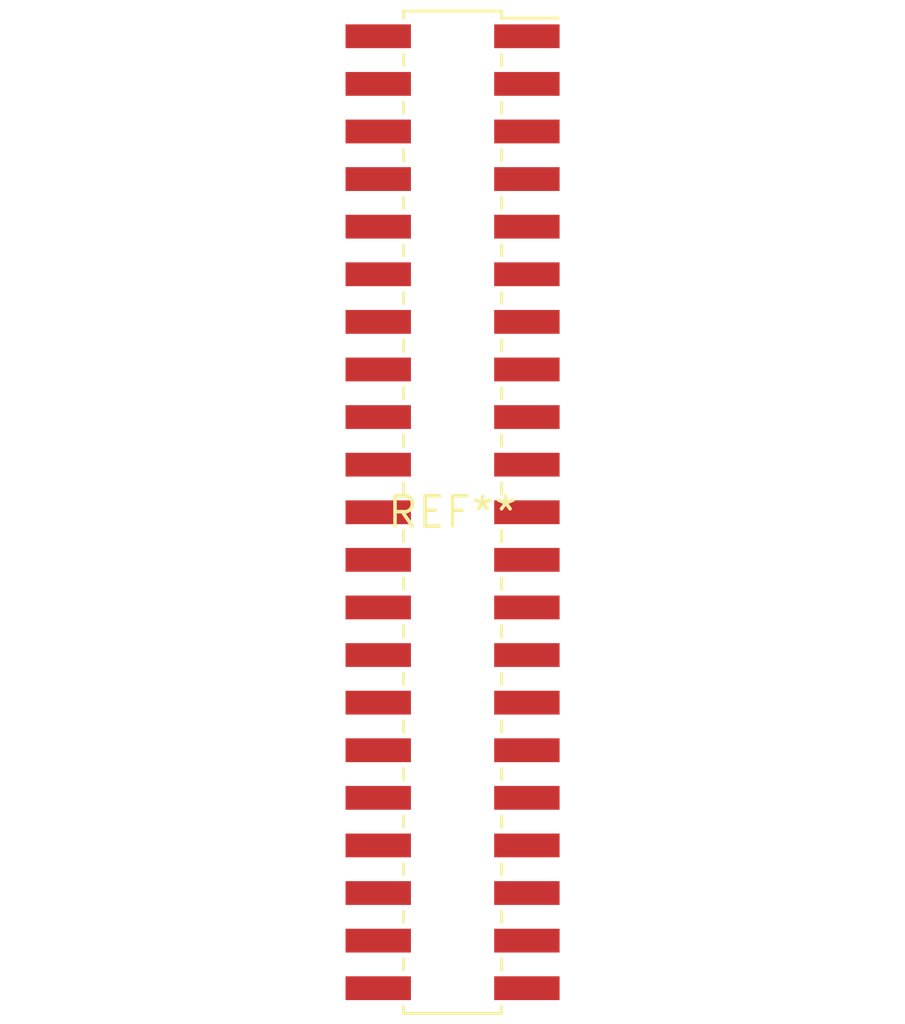
<source format=kicad_pcb>
(kicad_pcb (version 20240108) (generator pcbnew)
  (layers (0 "F.Cu" signal) (31 "B.Cu" signal) (34 "B.Paste" user) (35 "F.Paste" user) (36 "B.SilkS" user "B.Silkscreen") (37 "F.SilkS" user "F.Silkscreen") (38 "B.Mask" user) (39 "F.Mask" user) (44 "Edge.Cuts" user))
  (net 0 "")
  (footprint "PinSocket_2x21_P2.00mm_Vertical_SMD" (layer "F.Cu") (at 0 0)
    (property "Reference" "REF**")
    (property "Value" "PinSocket_2x21_P2.00mm_Vertical_SMD")
    (fp_line (start -2.06 -21.06) (end -2.06 -20.76) (layer "F.SilkS") (stroke (width 0.12)))
    (fp_line (start -2.06 -21.06) (end 2.06 -21.06) (layer "F.SilkS") (stroke (width 0.12)))
    (fp_line (start -2.06 -19.24) (end -2.06 -18.76) (layer "F.SilkS") (stroke (width 0.12)))
    (fp_line (start -2.06 -17.24) (end -2.06 -16.76) (layer "F.SilkS") (stroke (width 0.12)))
    (fp_line (start -2.06 -15.24) (end -2.06 -14.76) (layer "F.SilkS") (stroke (width 0.12)))
    (fp_line (start -2.06 -13.24) (end -2.06 -12.76) (layer "F.SilkS") (stroke (width 0.12)))
    (fp_line (start -2.06 -11.24) (end -2.06 -10.76) (layer "F.SilkS") (stroke (width 0.12)))
    (fp_line (start -2.06 -9.24) (end -2.06 -8.76) (layer "F.SilkS") (stroke (width 0.12)))
    (fp_line (start -2.06 -7.24) (end -2.06 -6.76) (layer "F.SilkS") (stroke (width 0.12)))
    (fp_line (start -2.06 -5.24) (end -2.06 -4.76) (layer "F.SilkS") (stroke (width 0.12)))
    (fp_line (start -2.06 -3.24) (end -2.06 -2.76) (layer "F.SilkS") (stroke (width 0.12)))
    (fp_line (start -2.06 -1.24) (end -2.06 -0.76) (layer "F.SilkS") (stroke (width 0.12)))
    (fp_line (start -2.06 0.76) (end -2.06 1.24) (layer "F.SilkS") (stroke (width 0.12)))
    (fp_line (start -2.06 2.76) (end -2.06 3.24) (layer "F.SilkS") (stroke (width 0.12)))
    (fp_line (start -2.06 4.76) (end -2.06 5.24) (layer "F.SilkS") (stroke (width 0.12)))
    (fp_line (start -2.06 6.76) (end -2.06 7.24) (layer "F.SilkS") (stroke (width 0.12)))
    (fp_line (start -2.06 8.76) (end -2.06 9.24) (layer "F.SilkS") (stroke (width 0.12)))
    (fp_line (start -2.06 10.76) (end -2.06 11.24) (layer "F.SilkS") (stroke (width 0.12)))
    (fp_line (start -2.06 12.76) (end -2.06 13.24) (layer "F.SilkS") (stroke (width 0.12)))
    (fp_line (start -2.06 14.76) (end -2.06 15.24) (layer "F.SilkS") (stroke (width 0.12)))
    (fp_line (start -2.06 16.76) (end -2.06 17.24) (layer "F.SilkS") (stroke (width 0.12)))
    (fp_line (start -2.06 18.76) (end -2.06 19.24) (layer "F.SilkS") (stroke (width 0.12)))
    (fp_line (start -2.06 20.76) (end -2.06 21.06) (layer "F.SilkS") (stroke (width 0.12)))
    (fp_line (start -2.06 21.06) (end 2.06 21.06) (layer "F.SilkS") (stroke (width 0.12)))
    (fp_line (start 2.06 -21.06) (end 2.06 -20.76) (layer "F.SilkS") (stroke (width 0.12)))
    (fp_line (start 2.06 -20.76) (end 4.44 -20.76) (layer "F.SilkS") (stroke (width 0.12)))
    (fp_line (start 2.06 -19.24) (end 2.06 -18.76) (layer "F.SilkS") (stroke (width 0.12)))
    (fp_line (start 2.06 -17.24) (end 2.06 -16.76) (layer "F.SilkS") (stroke (width 0.12)))
    (fp_line (start 2.06 -15.24) (end 2.06 -14.76) (layer "F.SilkS") (stroke (width 0.12)))
    (fp_line (start 2.06 -13.24) (end 2.06 -12.76) (layer "F.SilkS") (stroke (width 0.12)))
    (fp_line (start 2.06 -11.24) (end 2.06 -10.76) (layer "F.SilkS") (stroke (width 0.12)))
    (fp_line (start 2.06 -9.24) (end 2.06 -8.76) (layer "F.SilkS") (stroke (width 0.12)))
    (fp_line (start 2.06 -7.24) (end 2.06 -6.76) (layer "F.SilkS") (stroke (width 0.12)))
    (fp_line (start 2.06 -5.24) (end 2.06 -4.76) (layer "F.SilkS") (stroke (width 0.12)))
    (fp_line (start 2.06 -3.24) (end 2.06 -2.76) (layer "F.SilkS") (stroke (width 0.12)))
    (fp_line (start 2.06 -1.24) (end 2.06 -0.76) (layer "F.SilkS") (stroke (width 0.12)))
    (fp_line (start 2.06 0.76) (end 2.06 1.24) (layer "F.SilkS") (stroke (width 0.12)))
    (fp_line (start 2.06 2.76) (end 2.06 3.24) (layer "F.SilkS") (stroke (width 0.12)))
    (fp_line (start 2.06 4.76) (end 2.06 5.24) (layer "F.SilkS") (stroke (width 0.12)))
    (fp_line (start 2.06 6.76) (end 2.06 7.24) (layer "F.SilkS") (stroke (width 0.12)))
    (fp_line (start 2.06 8.76) (end 2.06 9.24) (layer "F.SilkS") (stroke (width 0.12)))
    (fp_line (start 2.06 10.76) (end 2.06 11.24) (layer "F.SilkS") (stroke (width 0.12)))
    (fp_line (start 2.06 12.76) (end 2.06 13.24) (layer "F.SilkS") (stroke (width 0.12)))
    (fp_line (start 2.06 14.76) (end 2.06 15.24) (layer "F.SilkS") (stroke (width 0.12)))
    (fp_line (start 2.06 16.76) (end 2.06 17.24) (layer "F.SilkS") (stroke (width 0.12)))
    (fp_line (start 2.06 18.76) (end 2.06 19.24) (layer "F.SilkS") (stroke (width 0.12)))
    (fp_line (start 2.06 20.76) (end 2.06 21.06) (layer "F.SilkS") (stroke (width 0.12)))
    (pad "1" smd rect (at 3.125 -20) (size 2.75 1) (layers "F.Cu" "F.Paste" "F.Mask"))
    (pad "2" smd rect (at -3.125 -20) (size 2.75 1) (layers "F.Cu" "F.Paste" "F.Mask"))
    (pad "3" smd rect (at 3.125 -18) (size 2.75 1) (layers "F.Cu" "F.Paste" "F.Mask"))
    (pad "4" smd rect (at -3.125 -18) (size 2.75 1) (layers "F.Cu" "F.Paste" "F.Mask"))
    (pad "5" smd rect (at 3.125 -16) (size 2.75 1) (layers "F.Cu" "F.Paste" "F.Mask"))
    (pad "6" smd rect (at -3.125 -16) (size 2.75 1) (layers "F.Cu" "F.Paste" "F.Mask"))
    (pad "7" smd rect (at 3.125 -14) (size 2.75 1) (layers "F.Cu" "F.Paste" "F.Mask"))
    (pad "8" smd rect (at -3.125 -14) (size 2.75 1) (layers "F.Cu" "F.Paste" "F.Mask"))
    (pad "9" smd rect (at 3.125 -12) (size 2.75 1) (layers "F.Cu" "F.Paste" "F.Mask"))
    (pad "10" smd rect (at -3.125 -12) (size 2.75 1) (layers "F.Cu" "F.Paste" "F.Mask"))
    (pad "11" smd rect (at 3.125 -10) (size 2.75 1) (layers "F.Cu" "F.Paste" "F.Mask"))
    (pad "12" smd rect (at -3.125 -10) (size 2.75 1) (layers "F.Cu" "F.Paste" "F.Mask"))
    (pad "13" smd rect (at 3.125 -8) (size 2.75 1) (layers "F.Cu" "F.Paste" "F.Mask"))
    (pad "14" smd rect (at -3.125 -8) (size 2.75 1) (layers "F.Cu" "F.Paste" "F.Mask"))
    (pad "15" smd rect (at 3.125 -6) (size 2.75 1) (layers "F.Cu" "F.Paste" "F.Mask"))
    (pad "16" smd rect (at -3.125 -6) (size 2.75 1) (layers "F.Cu" "F.Paste" "F.Mask"))
    (pad "17" smd rect (at 3.125 -4) (size 2.75 1) (layers "F.Cu" "F.Paste" "F.Mask"))
    (pad "18" smd rect (at -3.125 -4) (size 2.75 1) (layers "F.Cu" "F.Paste" "F.Mask"))
    (pad "19" smd rect (at 3.125 -2) (size 2.75 1) (layers "F.Cu" "F.Paste" "F.Mask"))
    (pad "20" smd rect (at -3.125 -2) (size 2.75 1) (layers "F.Cu" "F.Paste" "F.Mask"))
    (pad "21" smd rect (at 3.125 0) (size 2.75 1) (layers "F.Cu" "F.Paste" "F.Mask"))
    (pad "22" smd rect (at -3.125 0) (size 2.75 1) (layers "F.Cu" "F.Paste" "F.Mask"))
    (pad "23" smd rect (at 3.125 2) (size 2.75 1) (layers "F.Cu" "F.Paste" "F.Mask"))
    (pad "24" smd rect (at -3.125 2) (size 2.75 1) (layers "F.Cu" "F.Paste" "F.Mask"))
    (pad "25" smd rect (at 3.125 4) (size 2.75 1) (layers "F.Cu" "F.Paste" "F.Mask"))
    (pad "26" smd rect (at -3.125 4) (size 2.75 1) (layers "F.Cu" "F.Paste" "F.Mask"))
    (pad "27" smd rect (at 3.125 6) (size 2.75 1) (layers "F.Cu" "F.Paste" "F.Mask"))
    (pad "28" smd rect (at -3.125 6) (size 2.75 1) (layers "F.Cu" "F.Paste" "F.Mask"))
    (pad "29" smd rect (at 3.125 8) (size 2.75 1) (layers "F.Cu" "F.Paste" "F.Mask"))
    (pad "30" smd rect (at -3.125 8) (size 2.75 1) (layers "F.Cu" "F.Paste" "F.Mask"))
    (pad "31" smd rect (at 3.125 10) (size 2.75 1) (layers "F.Cu" "F.Paste" "F.Mask"))
    (pad "32" smd rect (at -3.125 10) (size 2.75 1) (layers "F.Cu" "F.Paste" "F.Mask"))
    (pad "33" smd rect (at 3.125 12) (size 2.75 1) (layers "F.Cu" "F.Paste" "F.Mask"))
    (pad "34" smd rect (at -3.125 12) (size 2.75 1) (layers "F.Cu" "F.Paste" "F.Mask"))
    (pad "35" smd rect (at 3.125 14) (size 2.75 1) (layers "F.Cu" "F.Paste" "F.Mask"))
    (pad "36" smd rect (at -3.125 14) (size 2.75 1) (layers "F.Cu" "F.Paste" "F.Mask"))
    (pad "37" smd rect (at 3.125 16) (size 2.75 1) (layers "F.Cu" "F.Paste" "F.Mask"))
    (pad "38" smd rect (at -3.125 16) (size 2.75 1) (layers "F.Cu" "F.Paste" "F.Mask"))
    (pad "39" smd rect (at 3.125 18) (size 2.75 1) (layers "F.Cu" "F.Paste" "F.Mask"))
    (pad "40" smd rect (at -3.125 18) (size 2.75 1) (layers "F.Cu" "F.Paste" "F.Mask"))
    (pad "41" smd rect (at 3.125 20) (size 2.75 1) (layers "F.Cu" "F.Paste" "F.Mask"))
    (pad "42" smd rect (at -3.125 20) (size 2.75 1) (layers "F.Cu" "F.Paste" "F.Mask"))
  )
)
</source>
